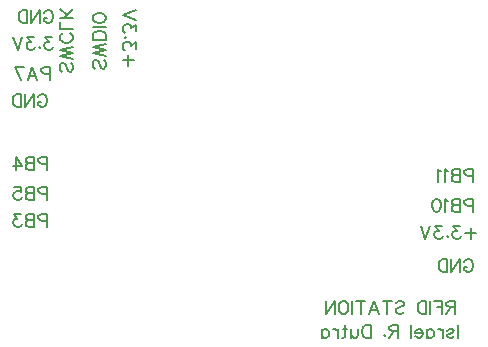
<source format=gbo>
G04 Layer: BottomSilkscreenLayer*
G04 EasyEDA v6.5.39, 2024-01-11 12:10:10*
G04 6726c83836ac4f208e7d9a6969430780,b65fc79a3ba447d2aedd2257ff82dca6,10*
G04 Gerber Generator version 0.2*
G04 Scale: 100 percent, Rotated: No, Reflected: No *
G04 Dimensions in millimeters *
G04 leading zeros omitted , absolute positions ,4 integer and 5 decimal *
%FSLAX45Y45*%
%MOMM*%

%ADD10C,0.1524*%

%LPD*%
D10*
X2921000Y5042938D02*
G01*
X2921000Y4933835D01*
X2921000Y5042938D02*
G01*
X2874241Y5042938D01*
X2858655Y5037744D01*
X2853458Y5032547D01*
X2848264Y5022156D01*
X2848264Y5006571D01*
X2853458Y4996179D01*
X2858655Y4990985D01*
X2874241Y4985788D01*
X2921000Y4985788D01*
X2772409Y5042938D02*
G01*
X2813974Y4933835D01*
X2772409Y5042938D02*
G01*
X2730845Y4933835D01*
X2798386Y4970203D02*
G01*
X2746433Y4970203D01*
X2623820Y5042938D02*
G01*
X2675775Y4933835D01*
X2696555Y5042938D02*
G01*
X2623820Y5042938D01*
X2895600Y4280938D02*
G01*
X2895600Y4171835D01*
X2895600Y4280938D02*
G01*
X2848841Y4280938D01*
X2833255Y4275744D01*
X2828058Y4270547D01*
X2822864Y4260156D01*
X2822864Y4244571D01*
X2828058Y4234179D01*
X2833255Y4228985D01*
X2848841Y4223788D01*
X2895600Y4223788D01*
X2788574Y4280938D02*
G01*
X2788574Y4171835D01*
X2788574Y4280938D02*
G01*
X2741815Y4280938D01*
X2726227Y4275744D01*
X2721033Y4270547D01*
X2715836Y4260156D01*
X2715836Y4249765D01*
X2721033Y4239374D01*
X2726227Y4234179D01*
X2741815Y4228985D01*
X2788574Y4228985D02*
G01*
X2741815Y4228985D01*
X2726227Y4223788D01*
X2721033Y4218594D01*
X2715836Y4208203D01*
X2715836Y4192615D01*
X2721033Y4182224D01*
X2726227Y4177029D01*
X2741815Y4171835D01*
X2788574Y4171835D01*
X2629593Y4280938D02*
G01*
X2681546Y4208203D01*
X2603614Y4208203D01*
X2629593Y4280938D02*
G01*
X2629593Y4171835D01*
X2895600Y4026938D02*
G01*
X2895600Y3917835D01*
X2895600Y4026938D02*
G01*
X2848841Y4026938D01*
X2833255Y4021744D01*
X2828058Y4016547D01*
X2822864Y4006156D01*
X2822864Y3990571D01*
X2828058Y3980179D01*
X2833255Y3974985D01*
X2848841Y3969788D01*
X2895600Y3969788D01*
X2788574Y4026938D02*
G01*
X2788574Y3917835D01*
X2788574Y4026938D02*
G01*
X2741815Y4026938D01*
X2726227Y4021744D01*
X2721033Y4016547D01*
X2715836Y4006156D01*
X2715836Y3995765D01*
X2721033Y3985374D01*
X2726227Y3980179D01*
X2741815Y3974985D01*
X2788574Y3974985D02*
G01*
X2741815Y3974985D01*
X2726227Y3969788D01*
X2721033Y3964594D01*
X2715836Y3954203D01*
X2715836Y3938615D01*
X2721033Y3928224D01*
X2726227Y3923029D01*
X2741815Y3917835D01*
X2788574Y3917835D01*
X2619202Y4026938D02*
G01*
X2671155Y4026938D01*
X2676352Y3980179D01*
X2671155Y3985374D01*
X2655570Y3990571D01*
X2639984Y3990571D01*
X2624396Y3985374D01*
X2614005Y3974985D01*
X2608811Y3959397D01*
X2608811Y3949006D01*
X2614005Y3933421D01*
X2624396Y3923029D01*
X2639984Y3917835D01*
X2655570Y3917835D01*
X2671155Y3923029D01*
X2676352Y3928224D01*
X2681546Y3938615D01*
X2895600Y3798338D02*
G01*
X2895600Y3689235D01*
X2895600Y3798338D02*
G01*
X2848841Y3798338D01*
X2833255Y3793144D01*
X2828058Y3787947D01*
X2822864Y3777556D01*
X2822864Y3761971D01*
X2828058Y3751579D01*
X2833255Y3746385D01*
X2848841Y3741188D01*
X2895600Y3741188D01*
X2788574Y3798338D02*
G01*
X2788574Y3689235D01*
X2788574Y3798338D02*
G01*
X2741815Y3798338D01*
X2726227Y3793144D01*
X2721033Y3787947D01*
X2715836Y3777556D01*
X2715836Y3767165D01*
X2721033Y3756774D01*
X2726227Y3751579D01*
X2741815Y3746385D01*
X2788574Y3746385D02*
G01*
X2741815Y3746385D01*
X2726227Y3741188D01*
X2721033Y3735994D01*
X2715836Y3725603D01*
X2715836Y3710015D01*
X2721033Y3699624D01*
X2726227Y3694429D01*
X2741815Y3689235D01*
X2788574Y3689235D01*
X2671155Y3798338D02*
G01*
X2614005Y3798338D01*
X2645178Y3756774D01*
X2629593Y3756774D01*
X2619202Y3751579D01*
X2614005Y3746385D01*
X2608811Y3730797D01*
X2608811Y3720406D01*
X2614005Y3704821D01*
X2624396Y3694429D01*
X2639984Y3689235D01*
X2655570Y3689235D01*
X2671155Y3694429D01*
X2676352Y3699624D01*
X2681546Y3710015D01*
X3096953Y5076535D02*
G01*
X3107344Y5066144D01*
X3112538Y5050558D01*
X3112538Y5029776D01*
X3107344Y5014191D01*
X3096953Y5003800D01*
X3086562Y5003800D01*
X3076171Y5008994D01*
X3070974Y5014191D01*
X3065779Y5024582D01*
X3055388Y5055755D01*
X3050194Y5066144D01*
X3044997Y5071341D01*
X3034606Y5076535D01*
X3019021Y5076535D01*
X3008629Y5066144D01*
X3003435Y5050558D01*
X3003435Y5029776D01*
X3008629Y5014191D01*
X3019021Y5003800D01*
X3112538Y5110825D02*
G01*
X3003435Y5136804D01*
X3112538Y5162781D02*
G01*
X3003435Y5136804D01*
X3112538Y5162781D02*
G01*
X3003435Y5188757D01*
X3112538Y5214734D02*
G01*
X3003435Y5188757D01*
X3086562Y5326956D02*
G01*
X3096953Y5321762D01*
X3107344Y5311371D01*
X3112538Y5300979D01*
X3112538Y5280197D01*
X3107344Y5269806D01*
X3096953Y5259415D01*
X3086562Y5254221D01*
X3070974Y5249024D01*
X3044997Y5249024D01*
X3029412Y5254221D01*
X3019021Y5259415D01*
X3008629Y5269806D01*
X3003435Y5280197D01*
X3003435Y5300979D01*
X3008629Y5311371D01*
X3019021Y5321762D01*
X3029412Y5326956D01*
X3112538Y5361246D02*
G01*
X3003435Y5361246D01*
X3003435Y5361246D02*
G01*
X3003435Y5423593D01*
X3112538Y5457883D02*
G01*
X3003435Y5457883D01*
X3112538Y5530618D02*
G01*
X3039803Y5457883D01*
X3065779Y5483860D02*
G01*
X3003435Y5530618D01*
X3376353Y5101935D02*
G01*
X3386744Y5091544D01*
X3391938Y5075958D01*
X3391938Y5055176D01*
X3386744Y5039591D01*
X3376353Y5029200D01*
X3365962Y5029200D01*
X3355571Y5034394D01*
X3350374Y5039591D01*
X3345179Y5049982D01*
X3334788Y5081155D01*
X3329594Y5091544D01*
X3324397Y5096741D01*
X3314006Y5101935D01*
X3298421Y5101935D01*
X3288029Y5091544D01*
X3282835Y5075958D01*
X3282835Y5055176D01*
X3288029Y5039591D01*
X3298421Y5029200D01*
X3391938Y5136225D02*
G01*
X3282835Y5162204D01*
X3391938Y5188181D02*
G01*
X3282835Y5162204D01*
X3391938Y5188181D02*
G01*
X3282835Y5214157D01*
X3391938Y5240134D02*
G01*
X3282835Y5214157D01*
X3391938Y5274424D02*
G01*
X3282835Y5274424D01*
X3391938Y5274424D02*
G01*
X3391938Y5310794D01*
X3386744Y5326379D01*
X3376353Y5336771D01*
X3365962Y5341965D01*
X3350374Y5347162D01*
X3324397Y5347162D01*
X3308812Y5341965D01*
X3298421Y5336771D01*
X3288029Y5326379D01*
X3282835Y5310794D01*
X3282835Y5274424D01*
X3391938Y5381452D02*
G01*
X3282835Y5381452D01*
X3391938Y5446915D02*
G01*
X3386744Y5436524D01*
X3376353Y5426133D01*
X3365962Y5420936D01*
X3350374Y5415742D01*
X3324397Y5415742D01*
X3308812Y5420936D01*
X3298421Y5426133D01*
X3288029Y5436524D01*
X3282835Y5446915D01*
X3282835Y5467695D01*
X3288029Y5478086D01*
X3298421Y5488477D01*
X3308812Y5493674D01*
X3324397Y5498868D01*
X3350374Y5498868D01*
X3365962Y5493674D01*
X3376353Y5488477D01*
X3386744Y5478086D01*
X3391938Y5467695D01*
X3391938Y5446915D01*
X6502400Y4179338D02*
G01*
X6502400Y4070235D01*
X6502400Y4179338D02*
G01*
X6455641Y4179338D01*
X6440055Y4174144D01*
X6434858Y4168947D01*
X6429664Y4158556D01*
X6429664Y4142971D01*
X6434858Y4132579D01*
X6440055Y4127385D01*
X6455641Y4122188D01*
X6502400Y4122188D01*
X6395374Y4179338D02*
G01*
X6395374Y4070235D01*
X6395374Y4179338D02*
G01*
X6348615Y4179338D01*
X6333027Y4174144D01*
X6327833Y4168947D01*
X6322636Y4158556D01*
X6322636Y4148165D01*
X6327833Y4137774D01*
X6333027Y4132579D01*
X6348615Y4127385D01*
X6395374Y4127385D02*
G01*
X6348615Y4127385D01*
X6333027Y4122188D01*
X6327833Y4116994D01*
X6322636Y4106603D01*
X6322636Y4091015D01*
X6327833Y4080624D01*
X6333027Y4075429D01*
X6348615Y4070235D01*
X6395374Y4070235D01*
X6288346Y4158556D02*
G01*
X6277955Y4163753D01*
X6262370Y4179338D01*
X6262370Y4070235D01*
X6228079Y4158556D02*
G01*
X6217688Y4163753D01*
X6202103Y4179338D01*
X6202103Y4070235D01*
X6502400Y3925338D02*
G01*
X6502400Y3816235D01*
X6502400Y3925338D02*
G01*
X6455641Y3925338D01*
X6440055Y3920144D01*
X6434858Y3914947D01*
X6429664Y3904556D01*
X6429664Y3888971D01*
X6434858Y3878579D01*
X6440055Y3873385D01*
X6455641Y3868188D01*
X6502400Y3868188D01*
X6395374Y3925338D02*
G01*
X6395374Y3816235D01*
X6395374Y3925338D02*
G01*
X6348615Y3925338D01*
X6333027Y3920144D01*
X6327833Y3914947D01*
X6322636Y3904556D01*
X6322636Y3894165D01*
X6327833Y3883774D01*
X6333027Y3878579D01*
X6348615Y3873385D01*
X6395374Y3873385D02*
G01*
X6348615Y3873385D01*
X6333027Y3868188D01*
X6327833Y3862994D01*
X6322636Y3852603D01*
X6322636Y3837015D01*
X6327833Y3826624D01*
X6333027Y3821429D01*
X6348615Y3816235D01*
X6395374Y3816235D01*
X6288346Y3904556D02*
G01*
X6277955Y3909753D01*
X6262370Y3925338D01*
X6262370Y3816235D01*
X6196906Y3925338D02*
G01*
X6212494Y3920144D01*
X6222885Y3904556D01*
X6228079Y3878579D01*
X6228079Y3862994D01*
X6222885Y3837015D01*
X6212494Y3821429D01*
X6196906Y3816235D01*
X6186515Y3816235D01*
X6170929Y3821429D01*
X6160538Y3837015D01*
X6155344Y3862994D01*
X6155344Y3878579D01*
X6160538Y3904556D01*
X6170929Y3920144D01*
X6186515Y3925338D01*
X6196906Y3925338D01*
X6375400Y2858538D02*
G01*
X6375400Y2749435D01*
X6283959Y2806585D02*
G01*
X6289154Y2816974D01*
X6304742Y2822171D01*
X6320327Y2822171D01*
X6335915Y2816974D01*
X6341109Y2806585D01*
X6335915Y2796194D01*
X6325524Y2790997D01*
X6299545Y2785803D01*
X6289154Y2780606D01*
X6283959Y2770215D01*
X6283959Y2765021D01*
X6289154Y2754629D01*
X6304742Y2749435D01*
X6320327Y2749435D01*
X6335915Y2754629D01*
X6341109Y2765021D01*
X6249670Y2822171D02*
G01*
X6249670Y2749435D01*
X6249670Y2790997D02*
G01*
X6244475Y2806585D01*
X6234084Y2816974D01*
X6223693Y2822171D01*
X6208105Y2822171D01*
X6111471Y2822171D02*
G01*
X6111471Y2749435D01*
X6111471Y2806585D02*
G01*
X6121862Y2816974D01*
X6132253Y2822171D01*
X6147838Y2822171D01*
X6158229Y2816974D01*
X6168621Y2806585D01*
X6173815Y2790997D01*
X6173815Y2780606D01*
X6168621Y2765021D01*
X6158229Y2754629D01*
X6147838Y2749435D01*
X6132253Y2749435D01*
X6121862Y2754629D01*
X6111471Y2765021D01*
X6077181Y2790997D02*
G01*
X6014834Y2790997D01*
X6014834Y2801388D01*
X6020031Y2811779D01*
X6025225Y2816974D01*
X6035616Y2822171D01*
X6051204Y2822171D01*
X6061595Y2816974D01*
X6071984Y2806585D01*
X6077181Y2790997D01*
X6077181Y2780606D01*
X6071984Y2765021D01*
X6061595Y2754629D01*
X6051204Y2749435D01*
X6035616Y2749435D01*
X6025225Y2754629D01*
X6014834Y2765021D01*
X5980544Y2858538D02*
G01*
X5980544Y2749435D01*
X5866244Y2858538D02*
G01*
X5866244Y2749435D01*
X5866244Y2858538D02*
G01*
X5819485Y2858538D01*
X5803900Y2853344D01*
X5798705Y2848147D01*
X5793508Y2837756D01*
X5793508Y2827365D01*
X5798705Y2816974D01*
X5803900Y2811779D01*
X5819485Y2806585D01*
X5866244Y2806585D01*
X5829876Y2806585D02*
G01*
X5793508Y2749435D01*
X5754024Y2775412D02*
G01*
X5759218Y2770215D01*
X5754024Y2765021D01*
X5748827Y2770215D01*
X5754024Y2775412D01*
X5634527Y2858538D02*
G01*
X5634527Y2749435D01*
X5634527Y2858538D02*
G01*
X5598159Y2858538D01*
X5582574Y2853344D01*
X5572183Y2842953D01*
X5566986Y2832562D01*
X5561792Y2816974D01*
X5561792Y2790997D01*
X5566986Y2775412D01*
X5572183Y2765021D01*
X5582574Y2754629D01*
X5598159Y2749435D01*
X5634527Y2749435D01*
X5527502Y2822171D02*
G01*
X5527502Y2770215D01*
X5522305Y2754629D01*
X5511914Y2749435D01*
X5496328Y2749435D01*
X5485937Y2754629D01*
X5470352Y2770215D01*
X5470352Y2822171D02*
G01*
X5470352Y2749435D01*
X5420474Y2858538D02*
G01*
X5420474Y2770215D01*
X5415279Y2754629D01*
X5404888Y2749435D01*
X5394497Y2749435D01*
X5436062Y2822171D02*
G01*
X5399694Y2822171D01*
X5360207Y2822171D02*
G01*
X5360207Y2749435D01*
X5360207Y2790997D02*
G01*
X5355013Y2806585D01*
X5344622Y2816974D01*
X5334231Y2822171D01*
X5318645Y2822171D01*
X5222008Y2822171D02*
G01*
X5222008Y2749435D01*
X5222008Y2806585D02*
G01*
X5232400Y2816974D01*
X5242791Y2822171D01*
X5258376Y2822171D01*
X5268767Y2816974D01*
X5279158Y2806585D01*
X5284355Y2790997D01*
X5284355Y2780606D01*
X5279158Y2765021D01*
X5268767Y2754629D01*
X5258376Y2749435D01*
X5242791Y2749435D01*
X5232400Y2754629D01*
X5222008Y2765021D01*
X6350000Y3061738D02*
G01*
X6350000Y2952635D01*
X6350000Y3061738D02*
G01*
X6303241Y3061738D01*
X6287655Y3056544D01*
X6282458Y3051347D01*
X6277264Y3040956D01*
X6277264Y3030565D01*
X6282458Y3020174D01*
X6287655Y3014979D01*
X6303241Y3009785D01*
X6350000Y3009785D01*
X6313632Y3009785D02*
G01*
X6277264Y2952635D01*
X6242974Y3061738D02*
G01*
X6242974Y2952635D01*
X6242974Y3061738D02*
G01*
X6175433Y3061738D01*
X6242974Y3009785D02*
G01*
X6201409Y3009785D01*
X6141143Y3061738D02*
G01*
X6141143Y2952635D01*
X6106853Y3061738D02*
G01*
X6106853Y2952635D01*
X6106853Y3061738D02*
G01*
X6070485Y3061738D01*
X6054897Y3056544D01*
X6044506Y3046153D01*
X6039312Y3035762D01*
X6034115Y3020174D01*
X6034115Y2994197D01*
X6039312Y2978612D01*
X6044506Y2968221D01*
X6054897Y2957829D01*
X6070485Y2952635D01*
X6106853Y2952635D01*
X5847079Y3046153D02*
G01*
X5857471Y3056544D01*
X5873056Y3061738D01*
X5893838Y3061738D01*
X5909424Y3056544D01*
X5919815Y3046153D01*
X5919815Y3035762D01*
X5914621Y3025371D01*
X5909424Y3020174D01*
X5899035Y3014979D01*
X5867862Y3004588D01*
X5857471Y2999394D01*
X5852274Y2994197D01*
X5847079Y2983806D01*
X5847079Y2968221D01*
X5857471Y2957829D01*
X5873056Y2952635D01*
X5893838Y2952635D01*
X5909424Y2957829D01*
X5919815Y2968221D01*
X5776422Y3061738D02*
G01*
X5776422Y2952635D01*
X5812790Y3061738D02*
G01*
X5740054Y3061738D01*
X5664200Y3061738D02*
G01*
X5705764Y2952635D01*
X5664200Y3061738D02*
G01*
X5622635Y2952635D01*
X5690176Y2989003D02*
G01*
X5638223Y2989003D01*
X5551977Y3061738D02*
G01*
X5551977Y2952635D01*
X5588345Y3061738D02*
G01*
X5515609Y3061738D01*
X5481320Y3061738D02*
G01*
X5481320Y2952635D01*
X5415856Y3061738D02*
G01*
X5426247Y3056544D01*
X5436638Y3046153D01*
X5441835Y3035762D01*
X5447029Y3020174D01*
X5447029Y2994197D01*
X5441835Y2978612D01*
X5436638Y2968221D01*
X5426247Y2957829D01*
X5415856Y2952635D01*
X5395074Y2952635D01*
X5384685Y2957829D01*
X5374294Y2968221D01*
X5369097Y2978612D01*
X5363903Y2994197D01*
X5363903Y3020174D01*
X5369097Y3035762D01*
X5374294Y3046153D01*
X5384685Y3056544D01*
X5395074Y3061738D01*
X5415856Y3061738D01*
X5329613Y3061738D02*
G01*
X5329613Y2952635D01*
X5329613Y3061738D02*
G01*
X5256875Y2952635D01*
X5256875Y3061738D02*
G01*
X5256875Y2952635D01*
X2817667Y4788362D02*
G01*
X2822864Y4798753D01*
X2833255Y4809144D01*
X2843644Y4814338D01*
X2864426Y4814338D01*
X2874817Y4809144D01*
X2885208Y4798753D01*
X2890405Y4788362D01*
X2895600Y4772774D01*
X2895600Y4746797D01*
X2890405Y4731212D01*
X2885208Y4720821D01*
X2874817Y4710429D01*
X2864426Y4705235D01*
X2843644Y4705235D01*
X2833255Y4710429D01*
X2822864Y4720821D01*
X2817667Y4731212D01*
X2817667Y4746797D01*
X2843644Y4746797D02*
G01*
X2817667Y4746797D01*
X2783377Y4814338D02*
G01*
X2783377Y4705235D01*
X2783377Y4814338D02*
G01*
X2710642Y4705235D01*
X2710642Y4814338D02*
G01*
X2710642Y4705235D01*
X2676352Y4814338D02*
G01*
X2676352Y4705235D01*
X2676352Y4814338D02*
G01*
X2639984Y4814338D01*
X2624396Y4809144D01*
X2614005Y4798753D01*
X2608811Y4788362D01*
X2603614Y4772774D01*
X2603614Y4746797D01*
X2608811Y4731212D01*
X2614005Y4720821D01*
X2624396Y4710429D01*
X2639984Y4705235D01*
X2676352Y4705235D01*
X2936008Y5296938D02*
G01*
X2878858Y5296938D01*
X2910032Y5255374D01*
X2894444Y5255374D01*
X2884055Y5250179D01*
X2878858Y5244985D01*
X2873664Y5229397D01*
X2873664Y5219006D01*
X2878858Y5203421D01*
X2889250Y5193029D01*
X2904835Y5187835D01*
X2920423Y5187835D01*
X2936008Y5193029D01*
X2941205Y5198224D01*
X2946400Y5208615D01*
X2834177Y5213812D02*
G01*
X2839374Y5208615D01*
X2834177Y5203421D01*
X2828983Y5208615D01*
X2834177Y5213812D01*
X2784302Y5296938D02*
G01*
X2727152Y5296938D01*
X2758325Y5255374D01*
X2742737Y5255374D01*
X2732346Y5250179D01*
X2727152Y5244985D01*
X2721955Y5229397D01*
X2721955Y5219006D01*
X2727152Y5203421D01*
X2737543Y5193029D01*
X2753128Y5187835D01*
X2768714Y5187835D01*
X2784302Y5193029D01*
X2789496Y5198224D01*
X2794693Y5208615D01*
X2687665Y5296938D02*
G01*
X2646103Y5187835D01*
X2604538Y5296938D02*
G01*
X2646103Y5187835D01*
X6481041Y3681153D02*
G01*
X6481041Y3587635D01*
X6527800Y3634394D02*
G01*
X6434282Y3634394D01*
X6389601Y3696738D02*
G01*
X6332451Y3696738D01*
X6363624Y3655174D01*
X6348036Y3655174D01*
X6337645Y3649979D01*
X6332451Y3644785D01*
X6327254Y3629197D01*
X6327254Y3618806D01*
X6332451Y3603221D01*
X6342842Y3592829D01*
X6358427Y3587635D01*
X6374015Y3587635D01*
X6389601Y3592829D01*
X6394795Y3598024D01*
X6399992Y3608415D01*
X6287770Y3613612D02*
G01*
X6292964Y3608415D01*
X6287770Y3603221D01*
X6282575Y3608415D01*
X6287770Y3613612D01*
X6237894Y3696738D02*
G01*
X6180744Y3696738D01*
X6211915Y3655174D01*
X6196329Y3655174D01*
X6185938Y3649979D01*
X6180744Y3644785D01*
X6175547Y3629197D01*
X6175547Y3618806D01*
X6180744Y3603221D01*
X6191135Y3592829D01*
X6206721Y3587635D01*
X6222306Y3587635D01*
X6237894Y3592829D01*
X6243088Y3598024D01*
X6248285Y3608415D01*
X6141257Y3696738D02*
G01*
X6099695Y3587635D01*
X6058131Y3696738D02*
G01*
X6099695Y3587635D01*
X6424467Y3391362D02*
G01*
X6429664Y3401753D01*
X6440055Y3412144D01*
X6450444Y3417338D01*
X6471226Y3417338D01*
X6481617Y3412144D01*
X6492008Y3401753D01*
X6497205Y3391362D01*
X6502400Y3375774D01*
X6502400Y3349797D01*
X6497205Y3334212D01*
X6492008Y3323821D01*
X6481617Y3313429D01*
X6471226Y3308235D01*
X6450444Y3308235D01*
X6440055Y3313429D01*
X6429664Y3323821D01*
X6424467Y3334212D01*
X6424467Y3349797D01*
X6450444Y3349797D02*
G01*
X6424467Y3349797D01*
X6390177Y3417338D02*
G01*
X6390177Y3308235D01*
X6390177Y3417338D02*
G01*
X6317442Y3308235D01*
X6317442Y3417338D02*
G01*
X6317442Y3308235D01*
X6283152Y3417338D02*
G01*
X6283152Y3308235D01*
X6283152Y3417338D02*
G01*
X6246784Y3417338D01*
X6231196Y3412144D01*
X6220805Y3401753D01*
X6215611Y3391362D01*
X6210414Y3375774D01*
X6210414Y3349797D01*
X6215611Y3334212D01*
X6220805Y3323821D01*
X6231196Y3313429D01*
X6246784Y3308235D01*
X6283152Y3308235D01*
X3630353Y5101358D02*
G01*
X3536835Y5101358D01*
X3583594Y5054600D02*
G01*
X3583594Y5148117D01*
X3645938Y5192798D02*
G01*
X3645938Y5249948D01*
X3604374Y5218775D01*
X3604374Y5234363D01*
X3599179Y5244754D01*
X3593985Y5249948D01*
X3578397Y5255145D01*
X3568006Y5255145D01*
X3552421Y5249948D01*
X3542029Y5239557D01*
X3536835Y5223972D01*
X3536835Y5208384D01*
X3542029Y5192798D01*
X3547224Y5187604D01*
X3557615Y5182407D01*
X3562812Y5294629D02*
G01*
X3557615Y5289435D01*
X3552421Y5294629D01*
X3557615Y5299824D01*
X3562812Y5294629D01*
X3645938Y5344505D02*
G01*
X3645938Y5401655D01*
X3604374Y5370484D01*
X3604374Y5386070D01*
X3599179Y5396461D01*
X3593985Y5401655D01*
X3578397Y5406852D01*
X3568006Y5406852D01*
X3552421Y5401655D01*
X3542029Y5391264D01*
X3536835Y5375678D01*
X3536835Y5360093D01*
X3542029Y5344505D01*
X3547224Y5339311D01*
X3557615Y5334114D01*
X3645938Y5441142D02*
G01*
X3536835Y5482704D01*
X3645938Y5524268D02*
G01*
X3536835Y5482704D01*
X2868467Y5499562D02*
G01*
X2873664Y5509953D01*
X2884055Y5520344D01*
X2894444Y5525538D01*
X2915226Y5525538D01*
X2925617Y5520344D01*
X2936008Y5509953D01*
X2941205Y5499562D01*
X2946400Y5483974D01*
X2946400Y5457997D01*
X2941205Y5442412D01*
X2936008Y5432021D01*
X2925617Y5421629D01*
X2915226Y5416435D01*
X2894444Y5416435D01*
X2884055Y5421629D01*
X2873664Y5432021D01*
X2868467Y5442412D01*
X2868467Y5457997D01*
X2894444Y5457997D02*
G01*
X2868467Y5457997D01*
X2834177Y5525538D02*
G01*
X2834177Y5416435D01*
X2834177Y5525538D02*
G01*
X2761442Y5416435D01*
X2761442Y5525538D02*
G01*
X2761442Y5416435D01*
X2727152Y5525538D02*
G01*
X2727152Y5416435D01*
X2727152Y5525538D02*
G01*
X2690784Y5525538D01*
X2675196Y5520344D01*
X2664805Y5509953D01*
X2659611Y5499562D01*
X2654414Y5483974D01*
X2654414Y5457997D01*
X2659611Y5442412D01*
X2664805Y5432021D01*
X2675196Y5421629D01*
X2690784Y5416435D01*
X2727152Y5416435D01*
M02*

</source>
